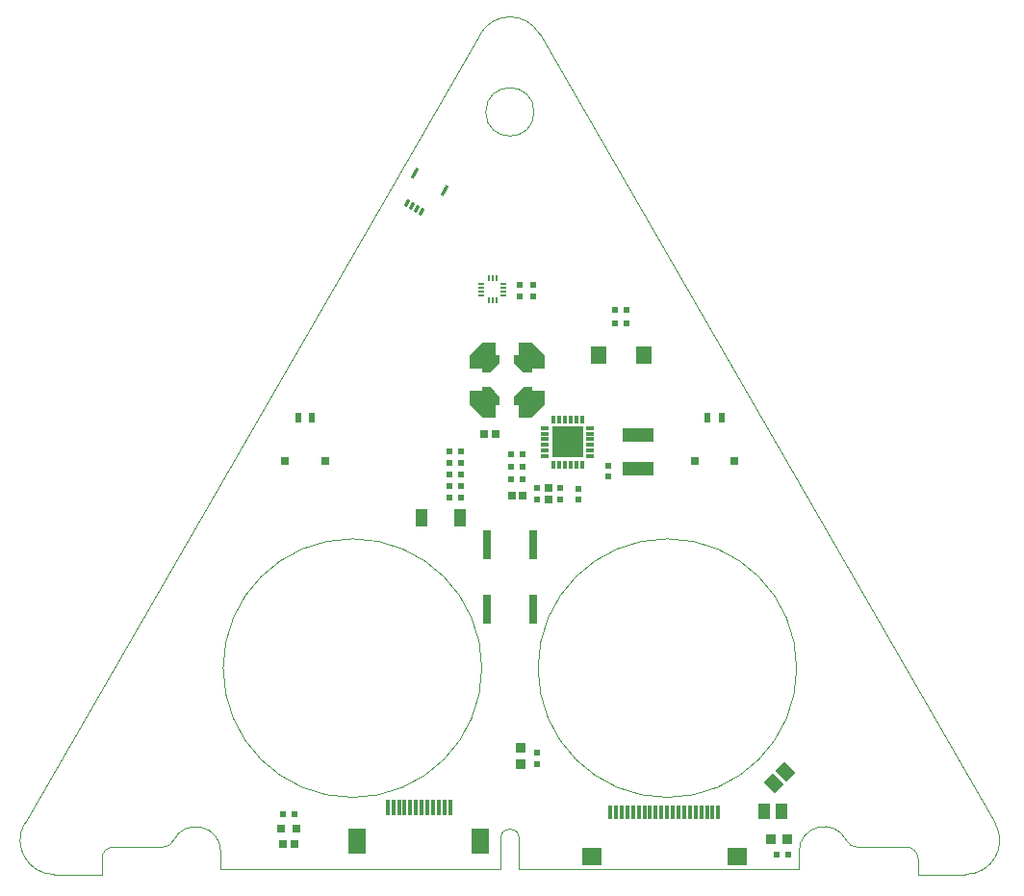
<source format=gtp>
G04*
G04 #@! TF.GenerationSoftware,Altium Limited,Altium Designer,19.0.12 (326)*
G04*
G04 Layer_Color=8421504*
%FSLAX44Y44*%
%MOMM*%
G71*
G01*
G75*
%ADD19C,0.0500*%
%ADD20R,0.6000X0.6000*%
%ADD21R,0.5588X0.5588*%
%ADD22R,0.7000X0.8000*%
%ADD23R,0.6000X0.8500*%
G04:AMPARAMS|DCode=24|XSize=0.3mm|YSize=1mm|CornerRadius=0mm|HoleSize=0mm|Usage=FLASHONLY|Rotation=150.000|XOffset=0mm|YOffset=0mm|HoleType=Round|Shape=Rectangle|*
%AMROTATEDRECTD24*
4,1,4,0.3799,0.3580,-0.1201,-0.5080,-0.3799,-0.3580,0.1201,0.5080,0.3799,0.3580,0.0*
%
%ADD24ROTATEDRECTD24*%

G04:AMPARAMS|DCode=25|XSize=0.3mm|YSize=0.7mm|CornerRadius=0mm|HoleSize=0mm|Usage=FLASHONLY|Rotation=150.000|XOffset=0mm|YOffset=0mm|HoleType=Round|Shape=Rectangle|*
%AMROTATEDRECTD25*
4,1,4,0.3049,0.2281,-0.0451,-0.3781,-0.3049,-0.2281,0.0451,0.3781,0.3049,0.2281,0.0*
%
%ADD25ROTATEDRECTD25*%

%ADD26R,1.1000X1.4000*%
G04:AMPARAMS|DCode=27|XSize=1.4mm|YSize=1.1mm|CornerRadius=0mm|HoleSize=0mm|Usage=FLASHONLY|Rotation=135.000|XOffset=0mm|YOffset=0mm|HoleType=Round|Shape=Rectangle|*
%AMROTATEDRECTD27*
4,1,4,0.8839,-0.1061,0.1061,-0.8839,-0.8839,0.1061,-0.1061,0.8839,0.8839,-0.1061,0.0*
%
%ADD27ROTATEDRECTD27*%

%ADD28R,1.1000X1.6000*%
%ADD29C,0.9348*%
%ADD30C,0.8891*%
%ADD31R,1.6000X2.2000*%
%ADD32R,0.3000X1.4000*%
%ADD33R,0.5000X0.2000*%
%ADD34R,0.2000X0.5000*%
%ADD35R,0.3000X1.2000*%
%ADD36R,1.7000X1.5000*%
%ADD37R,0.9652X0.8128*%
%ADD38R,0.6000X0.6000*%
%ADD39R,0.8128X0.9652*%
%ADD40R,0.7200X0.7200*%
%ADD41R,2.7000X1.3000*%
%ADD42R,0.6500X0.7000*%
%ADD43R,1.4000X1.6400*%
%ADD44R,0.7200X0.7200*%
%ADD45R,2.8000X2.8000*%
%ADD46R,0.3000X0.8000*%
%ADD47R,0.8000X0.3000*%
%ADD48R,0.8000X2.5500*%
G36*
X431270Y426407D02*
Y415157D01*
X420269D01*
Y411408D01*
X412469D01*
X404519Y420358D01*
Y427158D01*
X408270D01*
Y438157D01*
X419520D01*
X431270Y426407D01*
D02*
G37*
G36*
X388270Y427158D02*
X392019D01*
Y420358D01*
X384069Y411408D01*
X376269D01*
Y415157D01*
X365270D01*
Y426407D01*
X377020Y438157D01*
X388270D01*
Y427158D01*
D02*
G37*
G36*
X420269Y395157D02*
X431270D01*
Y383907D01*
X419520Y372157D01*
X408270D01*
Y383158D01*
X404519D01*
Y389958D01*
X412469Y398908D01*
X420269D01*
Y395157D01*
D02*
G37*
G36*
X392019Y389958D02*
Y383158D01*
X388270D01*
Y372157D01*
X377020D01*
X365270Y383907D01*
Y395157D01*
X376269D01*
Y398908D01*
X384069D01*
X392019Y389958D01*
D02*
G37*
D19*
X422136Y640793D02*
G03*
X422136Y640793I-21250J0D01*
G01*
X426867Y709393D02*
G03*
X374905Y709393I-25981J-15000D01*
G01*
X-25992Y15018D02*
G03*
X-11Y-29982I25981J-15000D01*
G01*
X376136Y151476D02*
G03*
X376136Y151476I-113750J0D01*
G01*
X653136D02*
G03*
X653136Y151476I-113750J0D01*
G01*
X801784Y-29982D02*
G03*
X827764Y15018I0J30000D01*
G01*
X759783Y-15982D02*
G03*
X749783Y-5982I-10000J0D01*
G01*
X697066Y-357D02*
G03*
X655284Y-9982I-19783J-9625D01*
G01*
X697066Y-357D02*
G03*
X706059Y-5982I8992J4375D01*
G01*
X408886Y2018D02*
G03*
X392886Y2018I-8000J0D01*
G01*
X146489Y-9982D02*
G03*
X104706Y-357I-22000J0D01*
G01*
X95714Y-5982D02*
G03*
X104706Y-357I0J10000D01*
G01*
X51989Y-5982D02*
G03*
X41989Y-15982I0J-10000D01*
G01*
X-25992Y15018D02*
X374905Y709393D01*
X-11Y-29982D02*
X41989D01*
X426867Y709393D02*
X827764Y15018D01*
X759783Y-29982D02*
X801784D01*
X759783D02*
Y-15982D01*
X706059Y-5982D02*
X749783D01*
X655284Y-24982D02*
Y-9982D01*
X408886Y-24982D02*
X655284D01*
X408886D02*
Y2018D01*
X392886Y-24982D02*
Y2018D01*
X146489Y-24982D02*
X392886D01*
X51989Y-5982D02*
X95714D01*
X146489Y-24982D02*
Y-9982D01*
X41989Y-29982D02*
Y-15982D01*
D20*
X503682Y454914D02*
D03*
X493682D02*
D03*
X503682Y466852D02*
D03*
X493682D02*
D03*
X645842Y-12954D02*
D03*
X635842D02*
D03*
X201120Y23276D02*
D03*
X211120D02*
D03*
X402188Y339208D02*
D03*
X412188D02*
D03*
X402188Y317276D02*
D03*
X412188D02*
D03*
X412188Y328394D02*
D03*
X402188D02*
D03*
D21*
X358137Y341884D02*
D03*
X347469D02*
D03*
X358140Y331724D02*
D03*
X347472D02*
D03*
X358140Y321564D02*
D03*
X347472D02*
D03*
X347469Y311404D02*
D03*
X358137D02*
D03*
X347472Y301244D02*
D03*
X358140D02*
D03*
D22*
X598500Y333750D02*
D03*
X563500D02*
D03*
X238250D02*
D03*
X203250D02*
D03*
D23*
X587000Y371500D02*
D03*
X575000D02*
D03*
X226750D02*
D03*
X214750D02*
D03*
D24*
X316884Y587119D02*
D03*
X343558Y571719D02*
D03*
D25*
X310476Y560219D02*
D03*
X314806Y557719D02*
D03*
X319136Y555219D02*
D03*
X323466Y552719D02*
D03*
D26*
X639737Y25400D02*
D03*
X624737D02*
D03*
D27*
X643351Y60421D02*
D03*
X632745Y49815D02*
D03*
D28*
X322852Y283464D02*
D03*
X356852D02*
D03*
D29*
X384134Y419301D02*
D03*
X412404Y391015D02*
D03*
D30*
X412336Y419156D02*
D03*
X384202Y391160D02*
D03*
D31*
X374750Y-998D02*
D03*
X266750D02*
D03*
D32*
X338250Y29232D02*
D03*
X333250D02*
D03*
X328250D02*
D03*
X323250D02*
D03*
X318250D02*
D03*
X313250D02*
D03*
X308250D02*
D03*
X303250D02*
D03*
X298250D02*
D03*
X293250D02*
D03*
X343250D02*
D03*
X348250D02*
D03*
D33*
X375772Y489884D02*
D03*
Y486384D02*
D03*
Y482884D02*
D03*
Y479384D02*
D03*
X395248D02*
D03*
Y482884D02*
D03*
Y486384D02*
D03*
Y489884D02*
D03*
D34*
X382010Y474896D02*
D03*
X385510D02*
D03*
X389010D02*
D03*
Y494372D02*
D03*
X385510D02*
D03*
X382010D02*
D03*
D35*
X489180Y24452D02*
D03*
X494180D02*
D03*
X499180D02*
D03*
X504180D02*
D03*
X509180D02*
D03*
X514180D02*
D03*
X519180D02*
D03*
X524180D02*
D03*
X529180D02*
D03*
X534180D02*
D03*
X539180D02*
D03*
X544180D02*
D03*
X549180D02*
D03*
X554180D02*
D03*
X559180D02*
D03*
X564180D02*
D03*
X569180D02*
D03*
X574180D02*
D03*
X579180D02*
D03*
X584180D02*
D03*
D36*
X472680Y-14548D02*
D03*
X600680D02*
D03*
D37*
X410392Y81478D02*
D03*
Y67254D02*
D03*
D38*
X424434Y66882D02*
D03*
Y76882D02*
D03*
X461264Y299546D02*
D03*
Y309546D02*
D03*
X421324Y488734D02*
D03*
Y478734D02*
D03*
X409640Y478734D02*
D03*
Y488734D02*
D03*
X487680Y319826D02*
D03*
Y329826D02*
D03*
X445379Y299918D02*
D03*
Y309918D02*
D03*
X424497Y309968D02*
D03*
Y299968D02*
D03*
D39*
X644906Y675D02*
D03*
X630682D02*
D03*
D40*
X210994Y-3228D02*
D03*
X200994D02*
D03*
X378032Y357378D02*
D03*
X388032D02*
D03*
X402354Y302886D02*
D03*
X412354D02*
D03*
D41*
X513272Y327248D02*
D03*
Y356248D02*
D03*
D42*
X212744Y10497D02*
D03*
X199244D02*
D03*
D43*
X478706Y426974D02*
D03*
X519006D02*
D03*
D44*
X435035Y309968D02*
D03*
Y299968D02*
D03*
D45*
X451698Y350270D02*
D03*
D46*
X439198Y370270D02*
D03*
X444198D02*
D03*
X449198D02*
D03*
X454198D02*
D03*
X459198D02*
D03*
X464198D02*
D03*
Y330270D02*
D03*
X459198D02*
D03*
X454198D02*
D03*
X449198D02*
D03*
X444198D02*
D03*
X439198D02*
D03*
D47*
X471698Y362770D02*
D03*
Y357770D02*
D03*
Y352770D02*
D03*
Y347770D02*
D03*
Y342770D02*
D03*
Y337770D02*
D03*
X431698D02*
D03*
Y342770D02*
D03*
Y347770D02*
D03*
Y352770D02*
D03*
Y357770D02*
D03*
Y362770D02*
D03*
D48*
X381060Y203250D02*
D03*
X421060Y203250D02*
D03*
Y259750D02*
D03*
X381060D02*
D03*
M02*

</source>
